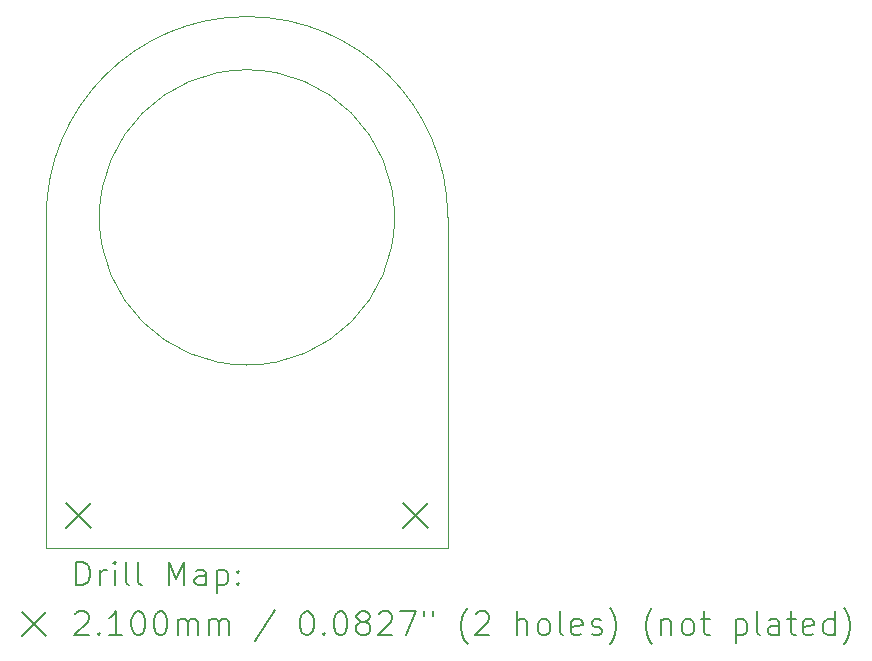
<source format=gbr>
%TF.GenerationSoftware,KiCad,Pcbnew,7.0.5+dfsg-2*%
%TF.CreationDate,2024-02-04T12:59:50+01:00*%
%TF.ProjectId,microscope-lamp-pcb,6d696372-6f73-4636-9f70-652d6c616d70,1*%
%TF.SameCoordinates,Original*%
%TF.FileFunction,Drillmap*%
%TF.FilePolarity,Positive*%
%FSLAX45Y45*%
G04 Gerber Fmt 4.5, Leading zero omitted, Abs format (unit mm)*
G04 Created by KiCad (PCBNEW 7.0.5+dfsg-2) date 2024-02-04 12:59:50*
%MOMM*%
%LPD*%
G01*
G04 APERTURE LIST*
%ADD10C,0.100000*%
%ADD11C,0.200000*%
%ADD12C,0.210000*%
G04 APERTURE END LIST*
D10*
X16700000Y-12800000D02*
X16700000Y-10000000D01*
X13300000Y-12800000D02*
X16700000Y-12800000D01*
X13300000Y-10000000D02*
X13300000Y-12800000D01*
X16700000Y-10000000D02*
G75*
G03*
X13300000Y-10000000I-1700000J0D01*
G01*
X16250000Y-10000000D02*
G75*
G03*
X16250000Y-10000000I-1250000J0D01*
G01*
D11*
D12*
X13470000Y-12420000D02*
X13680000Y-12630000D01*
X13680000Y-12420000D02*
X13470000Y-12630000D01*
X16320000Y-12420000D02*
X16530000Y-12630000D01*
X16530000Y-12420000D02*
X16320000Y-12630000D01*
D11*
X13555777Y-13116484D02*
X13555777Y-12916484D01*
X13555777Y-12916484D02*
X13603396Y-12916484D01*
X13603396Y-12916484D02*
X13631967Y-12926008D01*
X13631967Y-12926008D02*
X13651015Y-12945055D01*
X13651015Y-12945055D02*
X13660539Y-12964103D01*
X13660539Y-12964103D02*
X13670062Y-13002198D01*
X13670062Y-13002198D02*
X13670062Y-13030769D01*
X13670062Y-13030769D02*
X13660539Y-13068865D01*
X13660539Y-13068865D02*
X13651015Y-13087912D01*
X13651015Y-13087912D02*
X13631967Y-13106960D01*
X13631967Y-13106960D02*
X13603396Y-13116484D01*
X13603396Y-13116484D02*
X13555777Y-13116484D01*
X13755777Y-13116484D02*
X13755777Y-12983150D01*
X13755777Y-13021246D02*
X13765301Y-13002198D01*
X13765301Y-13002198D02*
X13774824Y-12992674D01*
X13774824Y-12992674D02*
X13793872Y-12983150D01*
X13793872Y-12983150D02*
X13812920Y-12983150D01*
X13879586Y-13116484D02*
X13879586Y-12983150D01*
X13879586Y-12916484D02*
X13870062Y-12926008D01*
X13870062Y-12926008D02*
X13879586Y-12935531D01*
X13879586Y-12935531D02*
X13889110Y-12926008D01*
X13889110Y-12926008D02*
X13879586Y-12916484D01*
X13879586Y-12916484D02*
X13879586Y-12935531D01*
X14003396Y-13116484D02*
X13984348Y-13106960D01*
X13984348Y-13106960D02*
X13974824Y-13087912D01*
X13974824Y-13087912D02*
X13974824Y-12916484D01*
X14108158Y-13116484D02*
X14089110Y-13106960D01*
X14089110Y-13106960D02*
X14079586Y-13087912D01*
X14079586Y-13087912D02*
X14079586Y-12916484D01*
X14336729Y-13116484D02*
X14336729Y-12916484D01*
X14336729Y-12916484D02*
X14403396Y-13059341D01*
X14403396Y-13059341D02*
X14470062Y-12916484D01*
X14470062Y-12916484D02*
X14470062Y-13116484D01*
X14651015Y-13116484D02*
X14651015Y-13011722D01*
X14651015Y-13011722D02*
X14641491Y-12992674D01*
X14641491Y-12992674D02*
X14622443Y-12983150D01*
X14622443Y-12983150D02*
X14584348Y-12983150D01*
X14584348Y-12983150D02*
X14565301Y-12992674D01*
X14651015Y-13106960D02*
X14631967Y-13116484D01*
X14631967Y-13116484D02*
X14584348Y-13116484D01*
X14584348Y-13116484D02*
X14565301Y-13106960D01*
X14565301Y-13106960D02*
X14555777Y-13087912D01*
X14555777Y-13087912D02*
X14555777Y-13068865D01*
X14555777Y-13068865D02*
X14565301Y-13049817D01*
X14565301Y-13049817D02*
X14584348Y-13040293D01*
X14584348Y-13040293D02*
X14631967Y-13040293D01*
X14631967Y-13040293D02*
X14651015Y-13030769D01*
X14746253Y-12983150D02*
X14746253Y-13183150D01*
X14746253Y-12992674D02*
X14765301Y-12983150D01*
X14765301Y-12983150D02*
X14803396Y-12983150D01*
X14803396Y-12983150D02*
X14822443Y-12992674D01*
X14822443Y-12992674D02*
X14831967Y-13002198D01*
X14831967Y-13002198D02*
X14841491Y-13021246D01*
X14841491Y-13021246D02*
X14841491Y-13078388D01*
X14841491Y-13078388D02*
X14831967Y-13097436D01*
X14831967Y-13097436D02*
X14822443Y-13106960D01*
X14822443Y-13106960D02*
X14803396Y-13116484D01*
X14803396Y-13116484D02*
X14765301Y-13116484D01*
X14765301Y-13116484D02*
X14746253Y-13106960D01*
X14927205Y-13097436D02*
X14936729Y-13106960D01*
X14936729Y-13106960D02*
X14927205Y-13116484D01*
X14927205Y-13116484D02*
X14917682Y-13106960D01*
X14917682Y-13106960D02*
X14927205Y-13097436D01*
X14927205Y-13097436D02*
X14927205Y-13116484D01*
X14927205Y-12992674D02*
X14936729Y-13002198D01*
X14936729Y-13002198D02*
X14927205Y-13011722D01*
X14927205Y-13011722D02*
X14917682Y-13002198D01*
X14917682Y-13002198D02*
X14927205Y-12992674D01*
X14927205Y-12992674D02*
X14927205Y-13011722D01*
X13095000Y-13345000D02*
X13295000Y-13545000D01*
X13295000Y-13345000D02*
X13095000Y-13545000D01*
X13546253Y-13355531D02*
X13555777Y-13346008D01*
X13555777Y-13346008D02*
X13574824Y-13336484D01*
X13574824Y-13336484D02*
X13622443Y-13336484D01*
X13622443Y-13336484D02*
X13641491Y-13346008D01*
X13641491Y-13346008D02*
X13651015Y-13355531D01*
X13651015Y-13355531D02*
X13660539Y-13374579D01*
X13660539Y-13374579D02*
X13660539Y-13393627D01*
X13660539Y-13393627D02*
X13651015Y-13422198D01*
X13651015Y-13422198D02*
X13536729Y-13536484D01*
X13536729Y-13536484D02*
X13660539Y-13536484D01*
X13746253Y-13517436D02*
X13755777Y-13526960D01*
X13755777Y-13526960D02*
X13746253Y-13536484D01*
X13746253Y-13536484D02*
X13736729Y-13526960D01*
X13736729Y-13526960D02*
X13746253Y-13517436D01*
X13746253Y-13517436D02*
X13746253Y-13536484D01*
X13946253Y-13536484D02*
X13831967Y-13536484D01*
X13889110Y-13536484D02*
X13889110Y-13336484D01*
X13889110Y-13336484D02*
X13870062Y-13365055D01*
X13870062Y-13365055D02*
X13851015Y-13384103D01*
X13851015Y-13384103D02*
X13831967Y-13393627D01*
X14070062Y-13336484D02*
X14089110Y-13336484D01*
X14089110Y-13336484D02*
X14108158Y-13346008D01*
X14108158Y-13346008D02*
X14117682Y-13355531D01*
X14117682Y-13355531D02*
X14127205Y-13374579D01*
X14127205Y-13374579D02*
X14136729Y-13412674D01*
X14136729Y-13412674D02*
X14136729Y-13460293D01*
X14136729Y-13460293D02*
X14127205Y-13498388D01*
X14127205Y-13498388D02*
X14117682Y-13517436D01*
X14117682Y-13517436D02*
X14108158Y-13526960D01*
X14108158Y-13526960D02*
X14089110Y-13536484D01*
X14089110Y-13536484D02*
X14070062Y-13536484D01*
X14070062Y-13536484D02*
X14051015Y-13526960D01*
X14051015Y-13526960D02*
X14041491Y-13517436D01*
X14041491Y-13517436D02*
X14031967Y-13498388D01*
X14031967Y-13498388D02*
X14022443Y-13460293D01*
X14022443Y-13460293D02*
X14022443Y-13412674D01*
X14022443Y-13412674D02*
X14031967Y-13374579D01*
X14031967Y-13374579D02*
X14041491Y-13355531D01*
X14041491Y-13355531D02*
X14051015Y-13346008D01*
X14051015Y-13346008D02*
X14070062Y-13336484D01*
X14260539Y-13336484D02*
X14279586Y-13336484D01*
X14279586Y-13336484D02*
X14298634Y-13346008D01*
X14298634Y-13346008D02*
X14308158Y-13355531D01*
X14308158Y-13355531D02*
X14317682Y-13374579D01*
X14317682Y-13374579D02*
X14327205Y-13412674D01*
X14327205Y-13412674D02*
X14327205Y-13460293D01*
X14327205Y-13460293D02*
X14317682Y-13498388D01*
X14317682Y-13498388D02*
X14308158Y-13517436D01*
X14308158Y-13517436D02*
X14298634Y-13526960D01*
X14298634Y-13526960D02*
X14279586Y-13536484D01*
X14279586Y-13536484D02*
X14260539Y-13536484D01*
X14260539Y-13536484D02*
X14241491Y-13526960D01*
X14241491Y-13526960D02*
X14231967Y-13517436D01*
X14231967Y-13517436D02*
X14222443Y-13498388D01*
X14222443Y-13498388D02*
X14212920Y-13460293D01*
X14212920Y-13460293D02*
X14212920Y-13412674D01*
X14212920Y-13412674D02*
X14222443Y-13374579D01*
X14222443Y-13374579D02*
X14231967Y-13355531D01*
X14231967Y-13355531D02*
X14241491Y-13346008D01*
X14241491Y-13346008D02*
X14260539Y-13336484D01*
X14412920Y-13536484D02*
X14412920Y-13403150D01*
X14412920Y-13422198D02*
X14422443Y-13412674D01*
X14422443Y-13412674D02*
X14441491Y-13403150D01*
X14441491Y-13403150D02*
X14470063Y-13403150D01*
X14470063Y-13403150D02*
X14489110Y-13412674D01*
X14489110Y-13412674D02*
X14498634Y-13431722D01*
X14498634Y-13431722D02*
X14498634Y-13536484D01*
X14498634Y-13431722D02*
X14508158Y-13412674D01*
X14508158Y-13412674D02*
X14527205Y-13403150D01*
X14527205Y-13403150D02*
X14555777Y-13403150D01*
X14555777Y-13403150D02*
X14574824Y-13412674D01*
X14574824Y-13412674D02*
X14584348Y-13431722D01*
X14584348Y-13431722D02*
X14584348Y-13536484D01*
X14679586Y-13536484D02*
X14679586Y-13403150D01*
X14679586Y-13422198D02*
X14689110Y-13412674D01*
X14689110Y-13412674D02*
X14708158Y-13403150D01*
X14708158Y-13403150D02*
X14736729Y-13403150D01*
X14736729Y-13403150D02*
X14755777Y-13412674D01*
X14755777Y-13412674D02*
X14765301Y-13431722D01*
X14765301Y-13431722D02*
X14765301Y-13536484D01*
X14765301Y-13431722D02*
X14774824Y-13412674D01*
X14774824Y-13412674D02*
X14793872Y-13403150D01*
X14793872Y-13403150D02*
X14822443Y-13403150D01*
X14822443Y-13403150D02*
X14841491Y-13412674D01*
X14841491Y-13412674D02*
X14851015Y-13431722D01*
X14851015Y-13431722D02*
X14851015Y-13536484D01*
X15241491Y-13326960D02*
X15070063Y-13584103D01*
X15498634Y-13336484D02*
X15517682Y-13336484D01*
X15517682Y-13336484D02*
X15536729Y-13346008D01*
X15536729Y-13346008D02*
X15546253Y-13355531D01*
X15546253Y-13355531D02*
X15555777Y-13374579D01*
X15555777Y-13374579D02*
X15565301Y-13412674D01*
X15565301Y-13412674D02*
X15565301Y-13460293D01*
X15565301Y-13460293D02*
X15555777Y-13498388D01*
X15555777Y-13498388D02*
X15546253Y-13517436D01*
X15546253Y-13517436D02*
X15536729Y-13526960D01*
X15536729Y-13526960D02*
X15517682Y-13536484D01*
X15517682Y-13536484D02*
X15498634Y-13536484D01*
X15498634Y-13536484D02*
X15479586Y-13526960D01*
X15479586Y-13526960D02*
X15470063Y-13517436D01*
X15470063Y-13517436D02*
X15460539Y-13498388D01*
X15460539Y-13498388D02*
X15451015Y-13460293D01*
X15451015Y-13460293D02*
X15451015Y-13412674D01*
X15451015Y-13412674D02*
X15460539Y-13374579D01*
X15460539Y-13374579D02*
X15470063Y-13355531D01*
X15470063Y-13355531D02*
X15479586Y-13346008D01*
X15479586Y-13346008D02*
X15498634Y-13336484D01*
X15651015Y-13517436D02*
X15660539Y-13526960D01*
X15660539Y-13526960D02*
X15651015Y-13536484D01*
X15651015Y-13536484D02*
X15641491Y-13526960D01*
X15641491Y-13526960D02*
X15651015Y-13517436D01*
X15651015Y-13517436D02*
X15651015Y-13536484D01*
X15784348Y-13336484D02*
X15803396Y-13336484D01*
X15803396Y-13336484D02*
X15822444Y-13346008D01*
X15822444Y-13346008D02*
X15831967Y-13355531D01*
X15831967Y-13355531D02*
X15841491Y-13374579D01*
X15841491Y-13374579D02*
X15851015Y-13412674D01*
X15851015Y-13412674D02*
X15851015Y-13460293D01*
X15851015Y-13460293D02*
X15841491Y-13498388D01*
X15841491Y-13498388D02*
X15831967Y-13517436D01*
X15831967Y-13517436D02*
X15822444Y-13526960D01*
X15822444Y-13526960D02*
X15803396Y-13536484D01*
X15803396Y-13536484D02*
X15784348Y-13536484D01*
X15784348Y-13536484D02*
X15765301Y-13526960D01*
X15765301Y-13526960D02*
X15755777Y-13517436D01*
X15755777Y-13517436D02*
X15746253Y-13498388D01*
X15746253Y-13498388D02*
X15736729Y-13460293D01*
X15736729Y-13460293D02*
X15736729Y-13412674D01*
X15736729Y-13412674D02*
X15746253Y-13374579D01*
X15746253Y-13374579D02*
X15755777Y-13355531D01*
X15755777Y-13355531D02*
X15765301Y-13346008D01*
X15765301Y-13346008D02*
X15784348Y-13336484D01*
X15965301Y-13422198D02*
X15946253Y-13412674D01*
X15946253Y-13412674D02*
X15936729Y-13403150D01*
X15936729Y-13403150D02*
X15927206Y-13384103D01*
X15927206Y-13384103D02*
X15927206Y-13374579D01*
X15927206Y-13374579D02*
X15936729Y-13355531D01*
X15936729Y-13355531D02*
X15946253Y-13346008D01*
X15946253Y-13346008D02*
X15965301Y-13336484D01*
X15965301Y-13336484D02*
X16003396Y-13336484D01*
X16003396Y-13336484D02*
X16022444Y-13346008D01*
X16022444Y-13346008D02*
X16031967Y-13355531D01*
X16031967Y-13355531D02*
X16041491Y-13374579D01*
X16041491Y-13374579D02*
X16041491Y-13384103D01*
X16041491Y-13384103D02*
X16031967Y-13403150D01*
X16031967Y-13403150D02*
X16022444Y-13412674D01*
X16022444Y-13412674D02*
X16003396Y-13422198D01*
X16003396Y-13422198D02*
X15965301Y-13422198D01*
X15965301Y-13422198D02*
X15946253Y-13431722D01*
X15946253Y-13431722D02*
X15936729Y-13441246D01*
X15936729Y-13441246D02*
X15927206Y-13460293D01*
X15927206Y-13460293D02*
X15927206Y-13498388D01*
X15927206Y-13498388D02*
X15936729Y-13517436D01*
X15936729Y-13517436D02*
X15946253Y-13526960D01*
X15946253Y-13526960D02*
X15965301Y-13536484D01*
X15965301Y-13536484D02*
X16003396Y-13536484D01*
X16003396Y-13536484D02*
X16022444Y-13526960D01*
X16022444Y-13526960D02*
X16031967Y-13517436D01*
X16031967Y-13517436D02*
X16041491Y-13498388D01*
X16041491Y-13498388D02*
X16041491Y-13460293D01*
X16041491Y-13460293D02*
X16031967Y-13441246D01*
X16031967Y-13441246D02*
X16022444Y-13431722D01*
X16022444Y-13431722D02*
X16003396Y-13422198D01*
X16117682Y-13355531D02*
X16127206Y-13346008D01*
X16127206Y-13346008D02*
X16146253Y-13336484D01*
X16146253Y-13336484D02*
X16193872Y-13336484D01*
X16193872Y-13336484D02*
X16212920Y-13346008D01*
X16212920Y-13346008D02*
X16222444Y-13355531D01*
X16222444Y-13355531D02*
X16231967Y-13374579D01*
X16231967Y-13374579D02*
X16231967Y-13393627D01*
X16231967Y-13393627D02*
X16222444Y-13422198D01*
X16222444Y-13422198D02*
X16108158Y-13536484D01*
X16108158Y-13536484D02*
X16231967Y-13536484D01*
X16298634Y-13336484D02*
X16431967Y-13336484D01*
X16431967Y-13336484D02*
X16346253Y-13536484D01*
X16498634Y-13336484D02*
X16498634Y-13374579D01*
X16574825Y-13336484D02*
X16574825Y-13374579D01*
X16870063Y-13612674D02*
X16860539Y-13603150D01*
X16860539Y-13603150D02*
X16841491Y-13574579D01*
X16841491Y-13574579D02*
X16831968Y-13555531D01*
X16831968Y-13555531D02*
X16822444Y-13526960D01*
X16822444Y-13526960D02*
X16812920Y-13479341D01*
X16812920Y-13479341D02*
X16812920Y-13441246D01*
X16812920Y-13441246D02*
X16822444Y-13393627D01*
X16822444Y-13393627D02*
X16831968Y-13365055D01*
X16831968Y-13365055D02*
X16841491Y-13346008D01*
X16841491Y-13346008D02*
X16860539Y-13317436D01*
X16860539Y-13317436D02*
X16870063Y-13307912D01*
X16936730Y-13355531D02*
X16946253Y-13346008D01*
X16946253Y-13346008D02*
X16965301Y-13336484D01*
X16965301Y-13336484D02*
X17012920Y-13336484D01*
X17012920Y-13336484D02*
X17031968Y-13346008D01*
X17031968Y-13346008D02*
X17041491Y-13355531D01*
X17041491Y-13355531D02*
X17051015Y-13374579D01*
X17051015Y-13374579D02*
X17051015Y-13393627D01*
X17051015Y-13393627D02*
X17041491Y-13422198D01*
X17041491Y-13422198D02*
X16927206Y-13536484D01*
X16927206Y-13536484D02*
X17051015Y-13536484D01*
X17289111Y-13536484D02*
X17289111Y-13336484D01*
X17374825Y-13536484D02*
X17374825Y-13431722D01*
X17374825Y-13431722D02*
X17365301Y-13412674D01*
X17365301Y-13412674D02*
X17346253Y-13403150D01*
X17346253Y-13403150D02*
X17317682Y-13403150D01*
X17317682Y-13403150D02*
X17298634Y-13412674D01*
X17298634Y-13412674D02*
X17289111Y-13422198D01*
X17498634Y-13536484D02*
X17479587Y-13526960D01*
X17479587Y-13526960D02*
X17470063Y-13517436D01*
X17470063Y-13517436D02*
X17460539Y-13498388D01*
X17460539Y-13498388D02*
X17460539Y-13441246D01*
X17460539Y-13441246D02*
X17470063Y-13422198D01*
X17470063Y-13422198D02*
X17479587Y-13412674D01*
X17479587Y-13412674D02*
X17498634Y-13403150D01*
X17498634Y-13403150D02*
X17527206Y-13403150D01*
X17527206Y-13403150D02*
X17546253Y-13412674D01*
X17546253Y-13412674D02*
X17555777Y-13422198D01*
X17555777Y-13422198D02*
X17565301Y-13441246D01*
X17565301Y-13441246D02*
X17565301Y-13498388D01*
X17565301Y-13498388D02*
X17555777Y-13517436D01*
X17555777Y-13517436D02*
X17546253Y-13526960D01*
X17546253Y-13526960D02*
X17527206Y-13536484D01*
X17527206Y-13536484D02*
X17498634Y-13536484D01*
X17679587Y-13536484D02*
X17660539Y-13526960D01*
X17660539Y-13526960D02*
X17651015Y-13507912D01*
X17651015Y-13507912D02*
X17651015Y-13336484D01*
X17831968Y-13526960D02*
X17812920Y-13536484D01*
X17812920Y-13536484D02*
X17774825Y-13536484D01*
X17774825Y-13536484D02*
X17755777Y-13526960D01*
X17755777Y-13526960D02*
X17746253Y-13507912D01*
X17746253Y-13507912D02*
X17746253Y-13431722D01*
X17746253Y-13431722D02*
X17755777Y-13412674D01*
X17755777Y-13412674D02*
X17774825Y-13403150D01*
X17774825Y-13403150D02*
X17812920Y-13403150D01*
X17812920Y-13403150D02*
X17831968Y-13412674D01*
X17831968Y-13412674D02*
X17841492Y-13431722D01*
X17841492Y-13431722D02*
X17841492Y-13450769D01*
X17841492Y-13450769D02*
X17746253Y-13469817D01*
X17917682Y-13526960D02*
X17936730Y-13536484D01*
X17936730Y-13536484D02*
X17974825Y-13536484D01*
X17974825Y-13536484D02*
X17993873Y-13526960D01*
X17993873Y-13526960D02*
X18003396Y-13507912D01*
X18003396Y-13507912D02*
X18003396Y-13498388D01*
X18003396Y-13498388D02*
X17993873Y-13479341D01*
X17993873Y-13479341D02*
X17974825Y-13469817D01*
X17974825Y-13469817D02*
X17946253Y-13469817D01*
X17946253Y-13469817D02*
X17927206Y-13460293D01*
X17927206Y-13460293D02*
X17917682Y-13441246D01*
X17917682Y-13441246D02*
X17917682Y-13431722D01*
X17917682Y-13431722D02*
X17927206Y-13412674D01*
X17927206Y-13412674D02*
X17946253Y-13403150D01*
X17946253Y-13403150D02*
X17974825Y-13403150D01*
X17974825Y-13403150D02*
X17993873Y-13412674D01*
X18070063Y-13612674D02*
X18079587Y-13603150D01*
X18079587Y-13603150D02*
X18098634Y-13574579D01*
X18098634Y-13574579D02*
X18108158Y-13555531D01*
X18108158Y-13555531D02*
X18117682Y-13526960D01*
X18117682Y-13526960D02*
X18127206Y-13479341D01*
X18127206Y-13479341D02*
X18127206Y-13441246D01*
X18127206Y-13441246D02*
X18117682Y-13393627D01*
X18117682Y-13393627D02*
X18108158Y-13365055D01*
X18108158Y-13365055D02*
X18098634Y-13346008D01*
X18098634Y-13346008D02*
X18079587Y-13317436D01*
X18079587Y-13317436D02*
X18070063Y-13307912D01*
X18431968Y-13612674D02*
X18422444Y-13603150D01*
X18422444Y-13603150D02*
X18403396Y-13574579D01*
X18403396Y-13574579D02*
X18393873Y-13555531D01*
X18393873Y-13555531D02*
X18384349Y-13526960D01*
X18384349Y-13526960D02*
X18374825Y-13479341D01*
X18374825Y-13479341D02*
X18374825Y-13441246D01*
X18374825Y-13441246D02*
X18384349Y-13393627D01*
X18384349Y-13393627D02*
X18393873Y-13365055D01*
X18393873Y-13365055D02*
X18403396Y-13346008D01*
X18403396Y-13346008D02*
X18422444Y-13317436D01*
X18422444Y-13317436D02*
X18431968Y-13307912D01*
X18508158Y-13403150D02*
X18508158Y-13536484D01*
X18508158Y-13422198D02*
X18517682Y-13412674D01*
X18517682Y-13412674D02*
X18536730Y-13403150D01*
X18536730Y-13403150D02*
X18565301Y-13403150D01*
X18565301Y-13403150D02*
X18584349Y-13412674D01*
X18584349Y-13412674D02*
X18593873Y-13431722D01*
X18593873Y-13431722D02*
X18593873Y-13536484D01*
X18717682Y-13536484D02*
X18698634Y-13526960D01*
X18698634Y-13526960D02*
X18689111Y-13517436D01*
X18689111Y-13517436D02*
X18679587Y-13498388D01*
X18679587Y-13498388D02*
X18679587Y-13441246D01*
X18679587Y-13441246D02*
X18689111Y-13422198D01*
X18689111Y-13422198D02*
X18698634Y-13412674D01*
X18698634Y-13412674D02*
X18717682Y-13403150D01*
X18717682Y-13403150D02*
X18746254Y-13403150D01*
X18746254Y-13403150D02*
X18765301Y-13412674D01*
X18765301Y-13412674D02*
X18774825Y-13422198D01*
X18774825Y-13422198D02*
X18784349Y-13441246D01*
X18784349Y-13441246D02*
X18784349Y-13498388D01*
X18784349Y-13498388D02*
X18774825Y-13517436D01*
X18774825Y-13517436D02*
X18765301Y-13526960D01*
X18765301Y-13526960D02*
X18746254Y-13536484D01*
X18746254Y-13536484D02*
X18717682Y-13536484D01*
X18841492Y-13403150D02*
X18917682Y-13403150D01*
X18870063Y-13336484D02*
X18870063Y-13507912D01*
X18870063Y-13507912D02*
X18879587Y-13526960D01*
X18879587Y-13526960D02*
X18898634Y-13536484D01*
X18898634Y-13536484D02*
X18917682Y-13536484D01*
X19136730Y-13403150D02*
X19136730Y-13603150D01*
X19136730Y-13412674D02*
X19155777Y-13403150D01*
X19155777Y-13403150D02*
X19193873Y-13403150D01*
X19193873Y-13403150D02*
X19212920Y-13412674D01*
X19212920Y-13412674D02*
X19222444Y-13422198D01*
X19222444Y-13422198D02*
X19231968Y-13441246D01*
X19231968Y-13441246D02*
X19231968Y-13498388D01*
X19231968Y-13498388D02*
X19222444Y-13517436D01*
X19222444Y-13517436D02*
X19212920Y-13526960D01*
X19212920Y-13526960D02*
X19193873Y-13536484D01*
X19193873Y-13536484D02*
X19155777Y-13536484D01*
X19155777Y-13536484D02*
X19136730Y-13526960D01*
X19346254Y-13536484D02*
X19327206Y-13526960D01*
X19327206Y-13526960D02*
X19317682Y-13507912D01*
X19317682Y-13507912D02*
X19317682Y-13336484D01*
X19508158Y-13536484D02*
X19508158Y-13431722D01*
X19508158Y-13431722D02*
X19498635Y-13412674D01*
X19498635Y-13412674D02*
X19479587Y-13403150D01*
X19479587Y-13403150D02*
X19441492Y-13403150D01*
X19441492Y-13403150D02*
X19422444Y-13412674D01*
X19508158Y-13526960D02*
X19489111Y-13536484D01*
X19489111Y-13536484D02*
X19441492Y-13536484D01*
X19441492Y-13536484D02*
X19422444Y-13526960D01*
X19422444Y-13526960D02*
X19412920Y-13507912D01*
X19412920Y-13507912D02*
X19412920Y-13488865D01*
X19412920Y-13488865D02*
X19422444Y-13469817D01*
X19422444Y-13469817D02*
X19441492Y-13460293D01*
X19441492Y-13460293D02*
X19489111Y-13460293D01*
X19489111Y-13460293D02*
X19508158Y-13450769D01*
X19574825Y-13403150D02*
X19651015Y-13403150D01*
X19603396Y-13336484D02*
X19603396Y-13507912D01*
X19603396Y-13507912D02*
X19612920Y-13526960D01*
X19612920Y-13526960D02*
X19631968Y-13536484D01*
X19631968Y-13536484D02*
X19651015Y-13536484D01*
X19793873Y-13526960D02*
X19774825Y-13536484D01*
X19774825Y-13536484D02*
X19736730Y-13536484D01*
X19736730Y-13536484D02*
X19717682Y-13526960D01*
X19717682Y-13526960D02*
X19708158Y-13507912D01*
X19708158Y-13507912D02*
X19708158Y-13431722D01*
X19708158Y-13431722D02*
X19717682Y-13412674D01*
X19717682Y-13412674D02*
X19736730Y-13403150D01*
X19736730Y-13403150D02*
X19774825Y-13403150D01*
X19774825Y-13403150D02*
X19793873Y-13412674D01*
X19793873Y-13412674D02*
X19803396Y-13431722D01*
X19803396Y-13431722D02*
X19803396Y-13450769D01*
X19803396Y-13450769D02*
X19708158Y-13469817D01*
X19974825Y-13536484D02*
X19974825Y-13336484D01*
X19974825Y-13526960D02*
X19955777Y-13536484D01*
X19955777Y-13536484D02*
X19917682Y-13536484D01*
X19917682Y-13536484D02*
X19898635Y-13526960D01*
X19898635Y-13526960D02*
X19889111Y-13517436D01*
X19889111Y-13517436D02*
X19879587Y-13498388D01*
X19879587Y-13498388D02*
X19879587Y-13441246D01*
X19879587Y-13441246D02*
X19889111Y-13422198D01*
X19889111Y-13422198D02*
X19898635Y-13412674D01*
X19898635Y-13412674D02*
X19917682Y-13403150D01*
X19917682Y-13403150D02*
X19955777Y-13403150D01*
X19955777Y-13403150D02*
X19974825Y-13412674D01*
X20051016Y-13612674D02*
X20060539Y-13603150D01*
X20060539Y-13603150D02*
X20079587Y-13574579D01*
X20079587Y-13574579D02*
X20089111Y-13555531D01*
X20089111Y-13555531D02*
X20098635Y-13526960D01*
X20098635Y-13526960D02*
X20108158Y-13479341D01*
X20108158Y-13479341D02*
X20108158Y-13441246D01*
X20108158Y-13441246D02*
X20098635Y-13393627D01*
X20098635Y-13393627D02*
X20089111Y-13365055D01*
X20089111Y-13365055D02*
X20079587Y-13346008D01*
X20079587Y-13346008D02*
X20060539Y-13317436D01*
X20060539Y-13317436D02*
X20051016Y-13307912D01*
M02*

</source>
